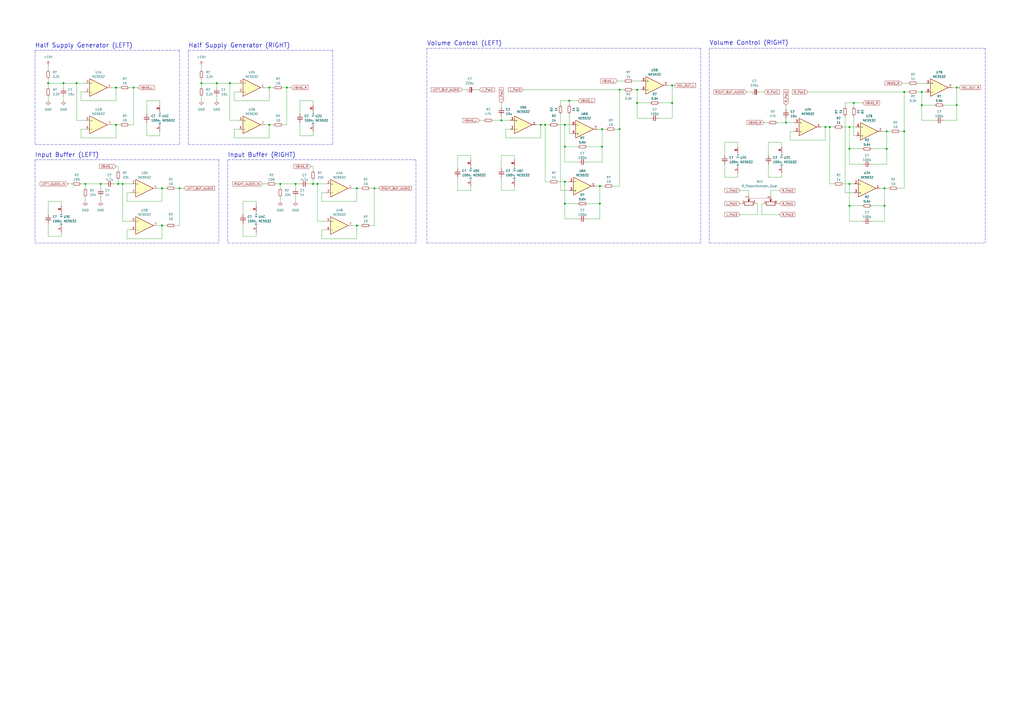
<source format=kicad_sch>
(kicad_sch (version 20211123) (generator eeschema)
  (paper "A2")
  (title_block (title "Audio Amplifier") (date "2023-07-30") (rev "1") (company "banana for scale") (comment 1 "Designed by Daniel Dinh"))
  (lib_symbols
    (symbol "Amplifier_Operational:NE5532" (pin_names (offset 0.127))
      (property "Reference" "U" (at 0 5.08 0))
      (property "Value" "NE5532" (at 0 -5.08 0))
      (symbol "NE5532_1_1"
        (polyline (pts (xy -5.08 5.08) (xy 5.08 0) (xy -5.08 -5.08) (xy -5.08 5.08)) (stroke (width 0.254)) (fill (type background)))
        (pin output line (at 7.62 0 180) (length 2.54) (name "~") (number "1"))
        (pin input line (at -7.62 -2.54 0) (length 2.54) (name "-") (number "2"))
        (pin input line (at -7.62 2.54 0) (length 2.54) (name "+") (number "3"))
      )
      (symbol "NE5532_2_1"
        (polyline (pts (xy -5.08 5.08) (xy 5.08 0) (xy -5.08 -5.08) (xy -5.08 5.08)) (stroke (width 0.254)) (fill (type background)))
        (pin input line (at -7.62 2.54 0) (length 2.54) (name "+") (number "5"))
        (pin input line (at -7.62 -2.54 0) (length 2.54) (name "-") (number "6"))
        (pin output line (at 7.62 0 180) (length 2.54) (name "~") (number "7"))
      )
      (symbol "NE5532_3_1"
        (pin power_in line (at -2.54 -7.62 90) (length 3.81) (name "V-") (number "4"))
        (pin power_in line (at -2.54 7.62 270) (length 3.81) (name "V+") (number "8"))
      )
    )
    (symbol "Device:C_Polarized_Small" (pin_numbers hide) (pin_names (offset 0.254) hide)
      (property "Reference" "C" (at 0.254 1.778 0))
      (property "Value" "C_Polarized_Small" (at 0.254 -2.032 0))
      (symbol "C_Polarized_Small_0_1"
        (rectangle (start -1.524 -0.3048) (end 1.524 -0.6858) (fill (type outline)))
        (rectangle (start -1.524 0.6858) (end 1.524 0.3048))
        (polyline (pts (xy -1.27 1.524) (xy -0.762 1.524)))
        (polyline (pts (xy -1.016 1.27) (xy -1.016 1.778)))
      )
      (symbol "C_Polarized_Small_1_1"
        (pin passive line (at 0 2.54 270) (length 1.8542) (name "~") (number "1"))
        (pin passive line (at 0 -2.54 90) (length 1.8542) (name "~") (number "2"))
      )
    )
    (symbol "Device:C_Small" (pin_numbers hide) (pin_names (offset 0.254) hide)
      (property "Reference" "C" (at 0.254 1.778 0))
      (property "Value" "C_Small" (at 0.254 -2.032 0))
      (symbol "C_Small_0_1"
        (polyline (pts (xy -1.524 -0.508) (xy 1.524 -0.508)) (stroke (width 0.3302)))
        (polyline (pts (xy -1.524 0.508) (xy 1.524 0.508)) (stroke (width 0.3048)))
      )
      (symbol "C_Small_1_1"
        (pin passive line (at 0 2.54 270) (length 2.032) (name "~") (number "1"))
        (pin passive line (at 0 -2.54 90) (length 2.032) (name "~") (number "2"))
      )
    )
    (symbol "Device:R_Potentiometer_Dual" (pin_names (offset 1.016) hide)
      (property "Reference" "RV" (at 0 3.81 0))
      (property "Value" "R_Potentiometer_Dual" (at 0 1.905 0))
      (symbol "R_Potentiometer_Dual_0_1"
        (rectangle (start -8.89 -1.524) (end -3.81 -3.556) (stroke (width 0.254)))
        (polyline (pts (xy -6.35 0) (xy -6.35 -1.016)))
        (polyline (pts (xy -6.35 0) (xy -6.35 -1.016)))
        (polyline (pts (xy -6.35 0) (xy -5.842 0.508)))
        (polyline (pts (xy -5.588 0.508) (xy -5.08 0.508)))
        (polyline (pts (xy -4.572 0.508) (xy -4.064 0.508)))
        (polyline (pts (xy -3.556 0.508) (xy -3.048 0.508)))
        (polyline (pts (xy -2.54 0.508) (xy -2.032 0.508)))
        (polyline (pts (xy -1.524 0.508) (xy -1.016 0.508)))
        (polyline (pts (xy -0.508 0.508) (xy 0 0.508)))
        (polyline (pts (xy 0.508 0.508) (xy 1.016 0.508)))
        (polyline (pts (xy 1.524 0.508) (xy 2.032 0.508)))
        (polyline (pts (xy 2.54 0.508) (xy 3.048 0.508)))
        (polyline (pts (xy 3.556 0.508) (xy 4.064 0.508)))
        (polyline (pts (xy 4.572 0.508) (xy 5.08 0.508)))
        (polyline (pts (xy 5.588 0.508) (xy 6.096 0.508)))
        (polyline (pts (xy 6.35 0) (xy 6.35 -1.016)))
        (polyline (pts (xy 6.35 0) (xy 6.35 -1.016)))
        (polyline (pts (xy 6.604 0.508) (xy 6.858 0.508) (xy 6.35 0)))
        (polyline (pts (xy -6.35 -1.397) (xy -6.858 -0.254) (xy -5.842 -0.254) (xy -6.35 -1.397)) (fill (type outline)))
        (polyline (pts (xy 6.35 -1.397) (xy 5.842 -0.254) (xy 6.858 -0.254) (xy 6.35 -1.397)) (fill (type outline)))
        (rectangle (start 3.81 -1.524) (end 8.89 -3.556) (stroke (width 0.254)))
      )
      (symbol "R_Potentiometer_Dual_1_1"
        (pin passive line (at -10.16 -2.54 0) (length 1.27) (name "1") (number "1"))
        (pin passive line (at -6.35 2.54 270) (length 2.54) (name "2") (number "2"))
        (pin passive line (at -2.54 -2.54 180) (length 1.27) (name "3") (number "3"))
        (pin passive line (at 2.54 -2.54 0) (length 1.27) (name "4") (number "4"))
        (pin passive line (at 6.35 2.54 270) (length 2.54) (name "5") (number "5"))
        (pin passive line (at 10.16 -2.54 180) (length 1.27) (name "6") (number "6"))
      )
    )
    (symbol "Device:R_Small" (pin_numbers hide) (pin_names (offset 0.254) hide)
      (property "Reference" "R" (at 0.762 0.508 0))
      (property "Value" "R_Small" (at 0.762 -1.016 0))
      (symbol "R_Small_0_1"
        (rectangle (start -0.762 1.778) (end 0.762 -1.778) (stroke (width 0.2032)))
      )
      (symbol "R_Small_1_1"
        (pin passive line (at 0 2.54 270) (length 0.762) (name "~") (number "1"))
        (pin passive line (at 0 -2.54 90) (length 0.762) (name "~") (number "2"))
      )
    )
    (symbol "power:+15V" (power) (pin_names (offset 0))
      (property "Value" "+15V" (at 0 3.556 0))
      (symbol "+15V_0_1"
        (polyline (pts (xy -0.762 1.27) (xy 0 2.54)))
        (polyline (pts (xy 0 0) (xy 0 2.54)))
        (polyline (pts (xy 0 2.54) (xy 0.762 1.27)))
      )
      (symbol "+15V_1_1"
        (pin power_in line (at 0 0 90) (length 0) hide (name "+15V") (number "1"))
      )
    )
    (symbol "power:GND" (power) (pin_names (offset 0))
      (property "Value" "GND" (at 0 -3.81 0))
      (symbol "GND_0_1"
        (polyline (pts (xy 0 0) (xy 0 -1.27) (xy 1.27 -1.27) (xy 0 -2.54) (xy -1.27 -1.27) (xy 0 -1.27)))
      )
      (symbol "GND_1_1"
        (pin power_in line (at 0 0 270) (length 0) hide (name "GND") (number "1"))
      )
    )
  )
  (junction (at 389.89 59.69))
  (junction (at 49.53 106.68))
  (junction (at 93.98 130.81))
  (junction (at 71.12 106.68))
  (junction (at 313.69 72.39))
  (junction (at 327.66 72.39))
  (junction (at 359.41 52.07))
  (junction (at 369.57 59.69))
  (junction (at 327.66 105.41))
  (junction (at 495.3 59.69))
  (junction (at 554.99 60.96))
  (junction (at 349.25 74.93))
  (junction (at 330.2 58.42))
  (junction (at 524.51 53.34))
  (junction (at 492.76 86.36))
  (junction (at 514.35 86.36))
  (junction (at 125.73 48.26))
  (junction (at 116.84 48.26))
  (junction (at 478.79 73.66))
  (junction (at 217.17 109.22))
  (junction (at 492.76 73.66))
  (junction (at 513.08 109.22))
  (junction (at 156.21 50.8))
  (junction (at 492.76 119.38))
  (junction (at 67.31 50.8))
  (junction (at 207.01 109.22))
  (junction (at 207.01 130.81))
  (junction (at 481.33 73.66))
  (junction (at 347.98 107.95))
  (junction (at 162.56 106.68))
  (junction (at 327.66 118.11))
  (junction (at 166.37 50.8))
  (junction (at 27.94 48.26))
  (junction (at 44.45 48.26))
  (junction (at 181.61 106.68))
  (junction (at 184.15 106.68))
  (junction (at 93.98 109.22))
  (junction (at 68.58 106.68))
  (junction (at 67.31 72.39))
  (junction (at 513.08 119.38))
  (junction (at 77.47 50.8))
  (junction (at 349.25 85.09))
  (junction (at 104.14 109.22))
  (junction (at 133.35 48.26))
  (junction (at 492.76 106.68))
  (junction (at 455.93 71.12))
  (junction (at 369.57 52.07))
  (junction (at 156.21 72.39))
  (junction (at 347.98 118.11))
  (junction (at 524.51 76.2))
  (junction (at 534.67 53.34))
  (junction (at 554.99 50.8))
  (junction (at 359.41 74.93))
  (junction (at 290.83 69.85))
  (junction (at 327.66 85.09))
  (junction (at 534.67 60.96))
  (junction (at 58.42 106.68))
  (junction (at 171.45 106.68))
  (junction (at 36.83 48.26))
  (junction (at 389.89 49.53))
  (junction (at 514.35 76.2))
  (junction (at 316.23 72.39))
  (wire (pts (xy 173.99 66.04) (xy 173.99 58.42)))
  (wire (pts (xy 505.46 119.38) (xy 513.08 119.38)))
  (wire (pts (xy 27.94 45.72) (xy 27.94 48.26)))
  (wire (pts (xy 138.43 53.34) (xy 135.89 53.34)))
  (wire (pts (xy 181.61 96.52) (xy 181.61 99.06)))
  (wire (pts (xy 455.93 68.58) (xy 455.93 71.12)))
  (wire (pts (xy 265.43 90.17) (xy 273.05 90.17)))
  (wire (pts (xy 46.99 106.68) (xy 49.53 106.68)))
  (wire (pts (xy 125.73 48.26) (xy 133.35 48.26)))
  (wire (pts (xy 369.57 52.07) (xy 369.57 59.69)))
  (wire (pts (xy 495.3 78.74) (xy 496.57 78.74)))
  (wire (pts (xy 273.05 92.71) (xy 273.05 90.17)))
  (wire (pts (xy 44.45 69.85) (xy 49.53 69.85)))
  (wire (pts (xy 186.69 138.43) (xy 207.01 138.43)))
  (wire (pts (xy 171.45 114.3) (xy 171.45 116.84)))
  (wire (pts (xy 171.45 106.68) (xy 171.45 109.22)))
  (wire (pts (xy 298.45 92.71) (xy 298.45 90.17)))
  (wire (pts (xy 27.94 116.84) (xy 35.56 116.84)))
  (wire (pts (xy 173.99 58.42) (xy 181.61 58.42)))
  (wire (pts (xy 163.83 72.39) (xy 166.37 72.39)))
  (wire (pts (xy 534.67 53.34) (xy 537.21 53.34)))
  (wire (pts (xy 443.23 71.12) (xy 445.77 71.12)))
  (wire (pts (xy 481.33 73.66) (xy 481.33 106.68)))
  (wire (pts (xy 166.37 50.8) (xy 168.91 50.8)))
  (wire (pts (xy 173.99 78.74) (xy 181.61 78.74)))
  (wire (pts (xy 369.57 68.58) (xy 377.19 68.58)))
  (wire (pts (xy 330.2 77.47) (xy 331.47 77.47)))
  (wire (pts (xy 184.15 106.68) (xy 184.15 128.27)))
  (wire (pts (xy 327.66 72.39) (xy 327.66 85.09)))
  (wire (pts (xy 311.15 72.39) (xy 313.69 72.39)))
  (wire (pts (xy 181.61 106.68) (xy 184.15 106.68)))
  (wire (pts (xy 447.04 113.03) (xy 447.04 110.49)))
  (wire (pts (xy 340.36 118.11) (xy 347.98 118.11)))
  (wire (pts (xy 116.84 45.72) (xy 116.84 48.26)))
  (wire (pts (xy 181.61 104.14) (xy 181.61 106.68)))
  (wire (pts (xy 420.37 82.55) (xy 427.99 82.55)))
  (wire (pts (xy 184.15 106.68) (xy 189.23 106.68)))
  (wire (pts (xy 427.99 85.09) (xy 427.99 82.55)))
  (wire (pts (xy 77.47 50.8) (xy 80.01 50.8)))
  (wire (pts (xy 73.66 111.76) (xy 76.2 111.76)))
  (wire (pts (xy 478.79 73.66) (xy 478.79 81.28)))
  (wire (pts (xy 367.03 52.07) (xy 369.57 52.07)))
  (wire (pts (xy 490.22 67.31) (xy 490.22 111.76)))
  (wire (pts (xy 453.39 100.33) (xy 453.39 102.87)))
  (wire (pts (xy 214.63 130.81) (xy 217.17 130.81)))
  (wire (pts (xy 420.37 95.25) (xy 420.37 102.87)))
  (wire (pts (xy 369.57 59.69) (xy 377.19 59.69)))
  (polyline (pts (xy 571.5 27.94) (xy 571.5 140.97)))
  (wire (pts (xy 217.17 130.81) (xy 217.17 109.22)))
  (wire (pts (xy 369.57 52.07) (xy 372.11 52.07)))
  (wire (pts (xy 369.57 59.69) (xy 369.57 68.58)))
  (wire (pts (xy 330.2 66.04) (xy 330.2 77.47)))
  (wire (pts (xy 140.97 124.46) (xy 140.97 116.84)))
  (wire (pts (xy 521.97 76.2) (xy 524.51 76.2)))
  (wire (pts (xy 156.21 72.39) (xy 153.67 72.39)))
  (wire (pts (xy 278.13 69.85) (xy 280.67 69.85)))
  (wire (pts (xy 285.75 69.85) (xy 290.83 69.85)))
  (wire (pts (xy 420.37 102.87) (xy 427.99 102.87)))
  (wire (pts (xy 92.71 76.2) (xy 92.71 78.74)))
  (wire (pts (xy 359.41 107.95) (xy 359.41 74.93)))
  (wire (pts (xy 116.84 38.1) (xy 116.84 40.64)))
  (wire (pts (xy 492.76 119.38) (xy 500.38 119.38)))
  (wire (pts (xy 156.21 50.8) (xy 153.67 50.8)))
  (wire (pts (xy 389.89 49.53) (xy 391.16 49.53)))
  (wire (pts (xy 495.3 59.69) (xy 490.22 59.69)))
  (wire (pts (xy 73.66 116.84) (xy 93.98 116.84)))
  (wire (pts (xy 74.93 72.39) (xy 77.47 72.39)))
  (wire (pts (xy 186.69 133.35) (xy 186.69 138.43)))
  (wire (pts (xy 359.41 52.07) (xy 361.95 52.07)))
  (wire (pts (xy 445.77 90.17) (xy 445.77 82.55)))
  (wire (pts (xy 513.08 109.22) (xy 515.62 109.22)))
  (wire (pts (xy 490.22 59.69) (xy 490.22 62.23)))
  (wire (pts (xy 265.43 97.79) (xy 265.43 90.17)))
  (polyline (pts (xy 406.4 27.94) (xy 406.4 140.97)))
  (wire (pts (xy 492.76 73.66) (xy 496.57 73.66)))
  (wire (pts (xy 85.09 66.04) (xy 85.09 58.42)))
  (wire (pts (xy 382.27 68.58) (xy 389.89 68.58)))
  (wire (pts (xy 207.01 109.22) (xy 207.01 116.84)))
  (wire (pts (xy 293.37 74.93) (xy 293.37 80.01)))
  (wire (pts (xy 511.81 76.2) (xy 514.35 76.2)))
  (wire (pts (xy 27.94 55.88) (xy 27.94 58.42)))
  (wire (pts (xy 323.85 105.41) (xy 327.66 105.41)))
  (wire (pts (xy 488.95 73.66) (xy 492.76 73.66)))
  (wire (pts (xy 358.14 46.99) (xy 361.95 46.99)))
  (wire (pts (xy 523.24 48.26) (xy 527.05 48.26)))
  (wire (pts (xy 77.47 50.8) (xy 74.93 50.8)))
  (wire (pts (xy 166.37 50.8) (xy 163.83 50.8)))
  (wire (pts (xy 323.85 72.39) (xy 327.66 72.39)))
  (polyline (pts (xy 247.65 140.97) (xy 406.4 140.97)))
  (wire (pts (xy 447.04 110.49) (xy 452.12 110.49)))
  (wire (pts (xy 303.53 52.07) (xy 359.41 52.07)))
  (wire (pts (xy 217.17 109.22) (xy 219.71 109.22)))
  (wire (pts (xy 85.09 78.74) (xy 92.71 78.74)))
  (wire (pts (xy 44.45 48.26) (xy 44.45 69.85)))
  (wire (pts (xy 290.83 67.31) (xy 290.83 69.85)))
  (wire (pts (xy 488.95 106.68) (xy 492.76 106.68)))
  (wire (pts (xy 58.42 114.3) (xy 58.42 116.84)))
  (wire (pts (xy 505.46 95.25) (xy 514.35 95.25)))
  (wire (pts (xy 73.66 138.43) (xy 93.98 138.43)))
  (polyline (pts (xy 127 92.71) (xy 127 140.97)))
  (wire (pts (xy 290.83 97.79) (xy 290.83 90.17)))
  (wire (pts (xy 93.98 109.22) (xy 93.98 116.84)))
  (wire (pts (xy 166.37 72.39) (xy 166.37 50.8)))
  (wire (pts (xy 359.41 74.93) (xy 359.41 52.07)))
  (wire (pts (xy 265.43 110.49) (xy 273.05 110.49)))
  (wire (pts (xy 349.25 85.09) (xy 349.25 93.98)))
  (wire (pts (xy 290.83 69.85) (xy 295.91 69.85)))
  (wire (pts (xy 495.3 59.69) (xy 495.3 62.23)))
  (polyline (pts (xy 127 140.97) (xy 20.32 140.97)))
  (wire (pts (xy 290.83 110.49) (xy 298.45 110.49)))
  (polyline (pts (xy 20.32 29.21) (xy 20.32 83.82)))
  (wire (pts (xy 349.25 85.09) (xy 349.25 74.93)))
  (wire (pts (xy 330.2 58.42) (xy 330.2 60.96)))
  (wire (pts (xy 58.42 106.68) (xy 58.42 109.22)))
  (polyline (pts (xy 20.32 83.82) (xy 20.32 83.82)))
  (wire (pts (xy 495.3 67.31) (xy 495.3 78.74)))
  (wire (pts (xy 71.12 106.68) (xy 71.12 128.27)))
  (wire (pts (xy 347.98 107.95) (xy 350.52 107.95)))
  (wire (pts (xy 148.59 119.38) (xy 148.59 116.84)))
  (wire (pts (xy 91.44 109.22) (xy 93.98 109.22)))
  (wire (pts (xy 313.69 72.39) (xy 316.23 72.39)))
  (wire (pts (xy 340.36 93.98) (xy 349.25 93.98)))
  (wire (pts (xy 36.83 55.88) (xy 36.83 58.42)))
  (wire (pts (xy 162.56 114.3) (xy 162.56 116.84)))
  (wire (pts (xy 92.71 60.96) (xy 92.71 58.42)))
  (wire (pts (xy 335.28 58.42) (xy 330.2 58.42)))
  (polyline (pts (xy 104.14 83.82) (xy 20.32 83.82)))
  (polyline (pts (xy 241.3 92.71) (xy 241.3 140.97)))
  (wire (pts (xy 554.99 50.8) (xy 554.99 60.96)))
  (wire (pts (xy 73.66 111.76) (xy 73.66 116.84)))
  (wire (pts (xy 524.51 76.2) (xy 524.51 53.34)))
  (wire (pts (xy 505.46 128.27) (xy 513.08 128.27)))
  (wire (pts (xy 514.35 76.2) (xy 516.89 76.2)))
  (wire (pts (xy 327.66 105.41) (xy 330.2 105.41)))
  (polyline (pts (xy 109.22 29.21) (xy 193.04 29.21)))
  (wire (pts (xy 345.44 107.95) (xy 347.98 107.95)))
  (wire (pts (xy 534.67 60.96) (xy 534.67 69.85)))
  (wire (pts (xy 440.69 53.34) (xy 443.23 53.34)))
  (wire (pts (xy 156.21 50.8) (xy 158.75 50.8)))
  (wire (pts (xy 273.05 107.95) (xy 273.05 110.49)))
  (wire (pts (xy 492.76 86.36) (xy 500.38 86.36)))
  (wire (pts (xy 327.66 118.11) (xy 327.66 127)))
  (wire (pts (xy 66.04 106.68) (xy 68.58 106.68)))
  (wire (pts (xy 135.89 53.34) (xy 135.89 58.42)))
  (wire (pts (xy 68.58 106.68) (xy 71.12 106.68)))
  (wire (pts (xy 184.15 128.27) (xy 189.23 128.27)))
  (wire (pts (xy 73.66 133.35) (xy 73.66 138.43)))
  (wire (pts (xy 46.99 53.34) (xy 46.99 58.42)))
  (wire (pts (xy 217.17 109.22) (xy 214.63 109.22)))
  (wire (pts (xy 135.89 58.42) (xy 156.21 58.42)))
  (wire (pts (xy 36.83 48.26) (xy 36.83 50.8)))
  (wire (pts (xy 356.87 74.93) (xy 359.41 74.93)))
  (wire (pts (xy 513.08 119.38) (xy 513.08 109.22)))
  (wire (pts (xy 186.69 133.35) (xy 189.23 133.35)))
  (wire (pts (xy 162.56 106.68) (xy 162.56 109.22)))
  (wire (pts (xy 204.47 109.22) (xy 207.01 109.22)))
  (polyline (pts (xy 104.14 29.21) (xy 104.14 83.82)))
  (wire (pts (xy 204.47 130.81) (xy 207.01 130.81)))
  (wire (pts (xy 492.76 73.66) (xy 492.76 86.36)))
  (wire (pts (xy 267.97 52.07) (xy 270.51 52.07)))
  (polyline (pts (xy 132.08 92.71) (xy 132.08 140.97)))
  (wire (pts (xy 327.66 93.98) (xy 335.28 93.98)))
  (wire (pts (xy 148.59 134.62) (xy 148.59 137.16)))
  (wire (pts (xy 140.97 116.84) (xy 148.59 116.84)))
  (wire (pts (xy 173.99 71.12) (xy 173.99 78.74)))
  (wire (pts (xy 101.6 130.81) (xy 104.14 130.81)))
  (wire (pts (xy 325.12 110.49) (xy 330.2 110.49)))
  (polyline (pts (xy 411.48 27.94) (xy 411.48 140.97)))
  (polyline (pts (xy 411.48 140.97) (xy 571.5 140.97)))
  (wire (pts (xy 116.84 48.26) (xy 116.84 50.8)))
  (wire (pts (xy 93.98 130.81) (xy 93.98 138.43)))
  (wire (pts (xy 104.14 130.81) (xy 104.14 109.22)))
  (wire (pts (xy 554.99 50.8) (xy 556.26 50.8)))
  (wire (pts (xy 44.45 48.26) (xy 49.53 48.26)))
  (wire (pts (xy 133.35 48.26) (xy 133.35 69.85)))
  (polyline (pts (xy 406.4 27.94) (xy 247.65 27.94)))
  (wire (pts (xy 104.14 109.22) (xy 101.6 109.22)))
  (wire (pts (xy 389.89 59.69) (xy 389.89 68.58)))
  (wire (pts (xy 186.69 111.76) (xy 186.69 116.84)))
  (wire (pts (xy 67.31 50.8) (xy 69.85 50.8)))
  (wire (pts (xy 547.37 60.96) (xy 554.99 60.96)))
  (polyline (pts (xy 20.32 92.71) (xy 20.32 140.97)))
  (wire (pts (xy 186.69 116.84) (xy 207.01 116.84)))
  (wire (pts (xy 450.85 71.12) (xy 455.93 71.12)))
  (wire (pts (xy 275.59 52.07) (xy 278.13 52.07)))
  (wire (pts (xy 327.66 85.09) (xy 327.66 93.98)))
  (wire (pts (xy 461.01 76.2) (xy 458.47 76.2)))
  (wire (pts (xy 116.84 48.26) (xy 125.73 48.26)))
  (wire (pts (xy 73.66 133.35) (xy 76.2 133.35)))
  (wire (pts (xy 427.99 100.33) (xy 427.99 102.87)))
  (wire (pts (xy 186.69 111.76) (xy 189.23 111.76)))
  (wire (pts (xy 443.23 118.11) (xy 441.96 118.11)))
  (wire (pts (xy 91.44 130.81) (xy 93.98 130.81)))
  (wire (pts (xy 510.54 109.22) (xy 513.08 109.22)))
  (wire (pts (xy 492.76 128.27) (xy 500.38 128.27)))
  (wire (pts (xy 67.31 58.42) (xy 67.31 50.8)))
  (wire (pts (xy 445.77 82.55) (xy 453.39 82.55)))
  (wire (pts (xy 46.99 58.42) (xy 67.31 58.42)))
  (wire (pts (xy 327.66 72.39) (xy 331.47 72.39)))
  (polyline (pts (xy 109.22 29.21) (xy 109.22 83.82)))
  (wire (pts (xy 140.97 129.54) (xy 140.97 137.16)))
  (wire (pts (xy 156.21 58.42) (xy 156.21 50.8)))
  (wire (pts (xy 429.26 118.11) (xy 430.53 118.11)))
  (wire (pts (xy 481.33 73.66) (xy 483.87 73.66)))
  (wire (pts (xy 455.93 71.12) (xy 461.01 71.12)))
  (polyline (pts (xy 241.3 140.97) (xy 132.08 140.97)))
  (wire (pts (xy 347.98 118.11) (xy 347.98 107.95)))
  (wire (pts (xy 505.46 86.36) (xy 514.35 86.36)))
  (wire (pts (xy 327.66 118.11) (xy 335.28 118.11)))
  (wire (pts (xy 514.35 86.36) (xy 514.35 76.2)))
  (wire (pts (xy 27.94 38.1) (xy 27.94 40.64)))
  (wire (pts (xy 340.36 127) (xy 347.98 127)))
  (wire (pts (xy 35.56 134.62) (xy 35.56 137.16)))
  (wire (pts (xy 67.31 50.8) (xy 64.77 50.8)))
  (wire (pts (xy 349.25 74.93) (xy 351.79 74.93)))
  (polyline (pts (xy 571.5 27.94) (xy 411.48 27.94)))
  (wire (pts (xy 27.94 48.26) (xy 27.94 50.8)))
  (wire (pts (xy 179.07 106.68) (xy 181.61 106.68)))
  (wire (pts (xy 478.79 73.66) (xy 481.33 73.66)))
  (wire (pts (xy 140.97 137.16) (xy 148.59 137.16)))
  (wire (pts (xy 313.69 80.01) (xy 293.37 80.01)))
  (polyline (pts (xy 109.22 83.82) (xy 109.22 83.82)))
  (wire (pts (xy 298.45 107.95) (xy 298.45 110.49)))
  (wire (pts (xy 327.66 85.09) (xy 335.28 85.09)))
  (wire (pts (xy 290.83 59.69) (xy 290.83 62.23)))
  (wire (pts (xy 290.83 90.17) (xy 298.45 90.17)))
  (wire (pts (xy 346.71 74.93) (xy 349.25 74.93)))
  (wire (pts (xy 524.51 109.22) (xy 524.51 76.2)))
  (wire (pts (xy 367.03 46.99) (xy 372.11 46.99)))
  (wire (pts (xy 500.38 59.69) (xy 495.3 59.69)))
  (wire (pts (xy 441.96 124.46) (xy 452.12 124.46)))
  (wire (pts (xy 125.73 48.26) (xy 125.73 50.8)))
  (wire (pts (xy 520.7 109.22) (xy 524.51 109.22)))
  (wire (pts (xy 46.99 74.93) (xy 46.99 80.01)))
  (wire (pts (xy 181.61 76.2) (xy 181.61 78.74)))
  (wire (pts (xy 325.12 58.42) (xy 325.12 60.96)))
  (wire (pts (xy 93.98 109.22) (xy 96.52 109.22)))
  (wire (pts (xy 133.35 48.26) (xy 138.43 48.26)))
  (wire (pts (xy 156.21 72.39) (xy 158.75 72.39)))
  (wire (pts (xy 85.09 58.42) (xy 92.71 58.42)))
  (wire (pts (xy 46.99 80.01) (xy 67.31 80.01)))
  (wire (pts (xy 325.12 66.04) (xy 325.12 110.49)))
  (wire (pts (xy 85.09 71.12) (xy 85.09 78.74)))
  (wire (pts (xy 67.31 96.52) (xy 68.58 96.52)))
  (wire (pts (xy 534.67 69.85) (xy 542.29 69.85)))
  (wire (pts (xy 552.45 50.8) (xy 554.99 50.8)))
  (wire (pts (xy 39.37 106.68) (xy 41.91 106.68)))
  (wire (pts (xy 71.12 106.68) (xy 76.2 106.68)))
  (wire (pts (xy 327.66 127) (xy 335.28 127)))
  (wire (pts (xy 313.69 72.39) (xy 313.69 80.01)))
  (wire (pts (xy 387.35 49.53) (xy 389.89 49.53)))
  (wire (pts (xy 330.2 58.42) (xy 325.12 58.42)))
  (wire (pts (xy 532.13 48.26) (xy 537.21 48.26)))
  (wire (pts (xy 135.89 80.01) (xy 156.21 80.01)))
  (wire (pts (xy 439.42 124.46) (xy 439.42 118.11)))
  (polyline (pts (xy 193.04 29.21) (xy 193.04 83.82)))
  (wire (pts (xy 389.89 49.53) (xy 389.89 59.69)))
  (polyline (pts (xy 20.32 29.21) (xy 104.14 29.21)))
  (wire (pts (xy 67.31 72.39) (xy 69.85 72.39)))
  (wire (pts (xy 68.58 104.14) (xy 68.58 106.68)))
  (polyline (pts (xy 247.65 27.94) (xy 247.65 140.97)))
  (wire (pts (xy 138.43 74.93) (xy 135.89 74.93)))
  (wire (pts (xy 207.01 109.22) (xy 209.55 109.22)))
  (wire (pts (xy 49.53 53.34) (xy 46.99 53.34)))
  (polyline (pts (xy 193.04 83.82) (xy 109.22 83.82)))
  (wire (pts (xy 429.26 110.49) (xy 434.34 110.49)))
  (wire (pts (xy 347.98 127) (xy 347.98 118.11)))
  (wire (pts (xy 450.85 118.11) (xy 452.12 118.11)))
  (wire (pts (xy 67.31 72.39) (xy 64.77 72.39)))
  (wire (pts (xy 316.23 105.41) (xy 318.77 105.41)))
  (wire (pts (xy 481.33 106.68) (xy 483.87 106.68)))
  (wire (pts (xy 35.56 119.38) (xy 35.56 116.84)))
  (wire (pts (xy 534.67 53.34) (xy 534.67 60.96)))
  (wire (pts (xy 316.23 72.39) (xy 316.23 105.41)))
  (wire (pts (xy 458.47 76.2) (xy 458.47 81.28)))
  (wire (pts (xy 382.27 59.69) (xy 389.89 59.69)))
  (wire (pts (xy 160.02 106.68) (xy 162.56 106.68)))
  (wire (pts (xy 58.42 106.68) (xy 60.96 106.68)))
  (wire (pts (xy 27.94 137.16) (xy 35.56 137.16)))
  (wire (pts (xy 67.31 80.01) (xy 67.31 72.39)))
  (wire (pts (xy 547.37 69.85) (xy 554.99 69.85)))
  (wire (pts (xy 478.79 81.28) (xy 458.47 81.28)))
  (wire (pts (xy 445.77 102.87) (xy 453.39 102.87)))
  (wire (pts (xy 162.56 106.68) (xy 171.45 106.68)))
  (wire (pts (xy 468.63 53.34) (xy 524.51 53.34)))
  (wire (pts (xy 135.89 74.93) (xy 135.89 80.01)))
  (wire (pts (xy 492.76 106.68) (xy 492.76 119.38)))
  (polyline (pts (xy 132.08 92.71) (xy 241.3 92.71)))
  (wire (pts (xy 327.66 105.41) (xy 327.66 118.11)))
  (wire (pts (xy 433.07 53.34) (xy 435.61 53.34)))
  (wire (pts (xy 492.76 119.38) (xy 492.76 128.27)))
  (wire (pts (xy 49.53 114.3) (xy 49.53 116.84)))
  (wire (pts (xy 36.83 48.26) (xy 44.45 48.26)))
  (wire (pts (xy 156.21 80.01) (xy 156.21 72.39)))
  (wire (pts (xy 133.35 69.85) (xy 138.43 69.85)))
  (wire (pts (xy 27.94 129.54) (xy 27.94 137.16)))
  (wire (pts (xy 152.4 106.68) (xy 154.94 106.68)))
  (wire (pts (xy 295.91 74.93) (xy 293.37 74.93)))
  (wire (pts (xy 439.42 118.11) (xy 438.15 118.11)))
  (wire (pts (xy 49.53 106.68) (xy 58.42 106.68)))
  (wire (pts (xy 125.73 55.88) (xy 125.73 58.42)))
  (wire (pts (xy 340.36 85.09) (xy 349.25 85.09)))
  (wire (pts (xy 492.76 95.25) (xy 500.38 95.25)))
  (wire (pts (xy 207.01 130.81) (xy 207.01 138.43)))
  (wire (pts (xy 265.43 102.87) (xy 265.43 110.49)))
  (wire (pts (xy 316.23 72.39) (xy 318.77 72.39)))
  (wire (pts (xy 27.94 48.26) (xy 36.83 48.26)))
  (wire (pts (xy 453.39 85.09) (xy 453.39 82.55)))
  (wire (pts (xy 513.08 128.27) (xy 513.08 119.38)))
  (wire (pts (xy 71.12 128.27) (xy 76.2 128.27)))
  (wire (pts (xy 207.01 130.81) (xy 209.55 130.81)))
  (wire (pts (xy 490.22 111.76) (xy 495.3 111.76)))
  (wire (pts (xy 554.99 60.96) (xy 554.99 69.85)))
  (wire (pts (xy 514.35 86.36) (xy 514.35 95.25)))
  (wire (pts (xy 104.14 109.22) (xy 106.68 109.22)))
  (wire (pts (xy 171.45 106.68) (xy 173.99 106.68)))
  (wire (pts (xy 492.76 86.36) (xy 492.76 95.25)))
  (wire (pts (xy 180.34 96.52) (xy 181.61 96.52)))
  (wire (pts (xy 77.47 72.39) (xy 77.47 50.8)))
  (wire (pts (xy 455.93 60.96) (xy 455.93 63.5)))
  (wire (pts (xy 492.76 106.68) (xy 495.3 106.68)))
  (wire (pts (xy 429.26 124.46) (xy 439.42 124.46)))
  (wire (pts (xy 441.96 118.11) (xy 441.96 124.46)))
  (wire (pts (xy 49.53 74.93) (xy 46.99 74.93)))
  (wire (pts (xy 524.51 53.34) (xy 527.05 53.34)))
  (polyline (pts (xy 20.32 92.71) (xy 127 92.71)))
  (wire (pts (xy 445.77 95.25) (xy 445.77 102.87)))
  (wire (pts (xy 290.83 102.87) (xy 290.83 110.49)))
  (wire (pts (xy 116.84 55.88) (xy 116.84 58.42)))
  (wire (pts (xy 93.98 130.81) (xy 96.52 130.81)))
  (wire (pts (xy 68.58 96.52) (xy 68.58 99.06)))
  (wire (pts (xy 420.37 90.17) (xy 420.37 82.55)))
  (wire (pts (xy 534.67 60.96) (xy 542.29 60.96)))
  (wire (pts (xy 49.53 106.68) (xy 49.53 109.22)))
  (wire (pts (xy 434.34 110.49) (xy 434.34 113.03)))
  (wire (pts (xy 355.6 107.95) (xy 359.41 107.95)))
  (wire (pts (xy 532.13 53.34) (xy 534.67 53.34)))
  (wire (pts (xy 181.61 60.96) (xy 181.61 58.42)))
  (wire (pts (xy 476.25 73.66) (xy 478.79 73.66)))
  (wire (pts (xy 27.94 124.46) (xy 27.94 116.84)))
  (text "Input Buffer (RIGHT)\n" (at 132.08 91.44 0) (effects (font (size 2.54 2.54) (thickness 0.254) bold) (justify left bottom)))
  (text "Volume Control (LEFT)\n" (at 247.65 26.67 0) (effects (font (size 2.54 2.54) (thickness 0.254) bold) (justify left bottom)))
  (text "Half Supply Generator (LEFT)\n" (at 20.32 27.94 0) (effects (font (size 2.54 2.54) (thickness 0.254) bold) (justify left bottom)))
  (text "Input Buffer (LEFT)\n" (at 20.32 91.44 0) (effects (font (size 2.54 2.54) (thickness 0.254) bold) (justify left bottom)))
  (text "Half Supply Generator (RIGHT)\n" (at 109.22 27.94 0) (effects (font (size 2.54 2.54) (thickness 0.254) bold) (justify left bottom)))
  (text "Volume Control (RIGHT)\n\n" (at 411.48 30.48 0) (effects (font (size 2.54 2.54) (thickness 0.254) bold) (justify left bottom)))
  (global_label "R_Pot2" (shape input) (at 455.93 60.96 90) (property "Intersheet References" "${INTERSHEET_REFS}" (effects hide)))
  (global_label "RIGHT_AUDIO_IN" (shape input) (at 152.4 106.68 180) (property "Intersheet References" "${INTERSHEET_REFS}" (effects hide)))
  (global_label "LEFT_BUF_AUDIO" (shape input) (at 106.68 109.22 0) (property "Intersheet References" "${INTERSHEET_REFS}" (effects hide)))
  (global_label "VBIAS_L" (shape input) (at 335.28 58.42 0) (property "Intersheet References" "${INTERSHEET_REFS}" (effects hide)))
  (global_label "L_Pot1" (shape input) (at 278.13 52.07 0) (property "Intersheet References" "${INTERSHEET_REFS}" (effects hide)))
  (global_label "RIGHT_BUF_AUDIO" (shape input) (at 219.71 109.22 0) (property "Intersheet References" "${INTERSHEET_REFS}" (effects hide)))
  (global_label "R_Pot1" (shape input) (at 452.12 118.11 0) (property "Intersheet References" "${INTERSHEET_REFS}" (effects hide)))
  (global_label "VBIAS_R" (shape input) (at 180.34 96.52 180) (property "Intersheet References" "${INTERSHEET_REFS}" (effects hide)))
  (global_label "VOL_OUT_R" (shape input) (at 556.26 50.8 0) (property "Intersheet References" "${INTERSHEET_REFS}" (effects hide)))
  (global_label "LEFT_AUDIO_IN" (shape input) (at 39.37 106.68 180) (property "Intersheet References" "${INTERSHEET_REFS}" (effects hide)))
  (global_label "L_Pot2" (shape input) (at 429.26 110.49 180) (property "Intersheet References" "${INTERSHEET_REFS}" (effects hide)))
  (global_label "VBIAS_L" (shape input) (at 67.31 96.52 180) (property "Intersheet References" "${INTERSHEET_REFS}" (effects hide)))
  (global_label "VBIAS_R" (shape input) (at 168.91 50.8 0) (property "Intersheet References" "${INTERSHEET_REFS}" (effects hide)))
  (global_label "R_Pot1" (shape input) (at 443.23 53.34 0) (property "Intersheet References" "${INTERSHEET_REFS}" (effects hide)))
  (global_label "VBIAS_L" (shape input) (at 80.01 50.8 0) (property "Intersheet References" "${INTERSHEET_REFS}" (effects hide)))
  (global_label "L_Pot3" (shape input) (at 429.26 124.46 180) (property "Intersheet References" "${INTERSHEET_REFS}" (effects hide)))
  (global_label "VBIAS_L" (shape input) (at 358.14 46.99 180) (property "Intersheet References" "${INTERSHEET_REFS}" (effects hide)))
  (global_label "LEFT_BUF_AUDIO" (shape input) (at 267.97 52.07 180) (property "Intersheet References" "${INTERSHEET_REFS}" (effects hide)))
  (global_label "R_Pot2" (shape input) (at 452.12 110.49 0) (property "Intersheet References" "${INTERSHEET_REFS}" (effects hide)))
  (global_label "VBIAS_R" (shape input) (at 500.38 59.69 0) (property "Intersheet References" "${INTERSHEET_REFS}" (effects hide)))
  (global_label "L_Pot2" (shape input) (at 290.83 59.69 90) (property "Intersheet References" "${INTERSHEET_REFS}" (effects hide)))
  (global_label "VOL_OUT_L" (shape input) (at 391.16 49.53 0) (property "Intersheet References" "${INTERSHEET_REFS}" (effects hide)))
  (global_label "L_Pot1" (shape input) (at 429.26 118.11 180) (property "Intersheet References" "${INTERSHEET_REFS}" (effects hide)))
  (global_label "VBIAS_L" (shape input) (at 278.13 69.85 180) (property "Intersheet References" "${INTERSHEET_REFS}" (effects hide)))
  (global_label "R_Pot3" (shape input) (at 468.63 53.34 180) (property "Intersheet References" "${INTERSHEET_REFS}" (effects hide)))
  (global_label "VBIAS_R" (shape input) (at 523.24 48.26 180) (property "Intersheet References" "${INTERSHEET_REFS}" (effects hide)))
  (global_label "L_Pot3" (shape input) (at 303.53 52.07 180) (property "Intersheet References" "${INTERSHEET_REFS}" (effects hide)))
  (global_label "R_Pot3" (shape input) (at 452.12 124.46 0) (property "Intersheet References" "${INTERSHEET_REFS}" (effects hide)))
  (global_label "VBIAS_R" (shape input) (at 443.23 71.12 180) (property "Intersheet References" "${INTERSHEET_REFS}" (effects hide)))
  (global_label "RIGHT_BUF_AUDIO" (shape input) (at 433.07 53.34 180) (property "Intersheet References" "${INTERSHEET_REFS}" (effects hide)))
  (symbol (lib_id "Device:R_Small") (at 502.92 119.38 90) (unit 1)
    (property "Reference" "R?" (at 502.92 114.3 90))
    (property "Value" "5.6k" (at 502.92 116.84 90))
  )
  (symbol (lib_id "power:+15V") (at 116.84 38.1 0) (unit 1)
    (property "Reference" "#PWR?" (effects hide))
    (property "Value" "+15V" (at 116.84 33.02 0))
  )
  (symbol (lib_id "Device:R_Small") (at 157.48 106.68 90) (unit 1)
    (property "Reference" "R?" (at 157.48 101.6 90))
    (property "Value" "100" (at 157.48 104.14 90))
  )
  (symbol (lib_id "Device:R_Small") (at 448.31 71.12 270) (unit 1)
    (property "Reference" "R?" (at 448.31 64.77 90))
    (property "Value" "47k" (at 448.31 67.31 90))
  )
  (symbol (lib_id "Device:R_Small") (at 364.49 46.99 90) (unit 1)
    (property "Reference" "R?" (at 364.49 41.91 90))
    (property "Value" "1k" (at 364.49 44.45 90))
  )
  (symbol (lib_id "Device:C_Small") (at 455.93 66.04 0) (unit 1)
    (property "Reference" "C?" (at 458.47 64.7762 0) (effects (justify left)))
    (property "Value" "10u" (at 458.47 67.3162 0) (effects (justify left)))
  )
  (symbol (lib_id "Device:R_Small") (at 502.92 86.36 90) (unit 1)
    (property "Reference" "R?" (at 502.92 81.28 90))
    (property "Value" "5.6k" (at 502.92 83.82 90))
  )
  (symbol (lib_id "power:GND") (at 125.73 58.42 0) (unit 1)
    (property "Reference" "#PWR?" (effects hide))
    (property "Value" "GND" (at 125.73 63.5 0))
  )
  (symbol (lib_id "Device:R_Small") (at 99.06 109.22 90) (unit 1)
    (property "Reference" "R?" (at 99.06 104.14 90))
    (property "Value" "10" (at 99.06 106.68 90))
  )
  (symbol (lib_id "Amplifier_Operational:NE5532") (at 504.19 76.2 0) (mirror x) (unit 2)
    (property "Reference" "U?" (at 504.19 67.31 0))
    (property "Value" "NE5532" (at 504.19 69.85 0))
    (property "Datasheet" "http://www.ti.com/lit/ds/symlink/ne5532.pdf" (effects hide))
  )
  (symbol (lib_id "Device:R_Small") (at 325.12 63.5 0) (unit 1)
    (property "Reference" "R?" (at 320.04 63.5 90))
    (property "Value" "1k" (at 322.58 63.5 90))
  )
  (symbol (lib_id "power:GND") (at 36.83 58.42 0) (unit 1)
    (property "Reference" "#PWR?" (effects hide))
    (property "Value" "GND" (at 36.83 63.5 0))
  )
  (symbol (lib_id "Device:R_Small") (at 27.94 43.18 0) (unit 1)
    (property "Reference" "R?" (at 30.48 41.9099 0) (effects (justify left)))
    (property "Value" "2.2k" (at 30.48 44.4499 0) (effects (justify left)))
  )
  (symbol (lib_id "Device:R_Small") (at 49.53 111.76 180) (unit 1)
    (property "Reference" "R?" (at 52.07 110.4899 0) (effects (justify right)))
    (property "Value" "22k" (at 52.07 113.0299 0) (effects (justify right)))
  )
  (symbol (lib_id "power:GND") (at 116.84 58.42 0) (unit 1)
    (property "Reference" "#PWR?" (effects hide))
    (property "Value" "GND" (at 116.84 63.5 0))
  )
  (symbol (lib_id "Device:R_Small") (at 321.31 72.39 270) (unit 1)
    (property "Reference" "R?" (at 321.31 67.31 90))
    (property "Value" "1k" (at 321.31 69.85 90))
  )
  (symbol (lib_id "Device:R_Small") (at 321.31 105.41 270) (unit 1)
    (property "Reference" "R?" (at 321.31 100.33 90))
    (property "Value" "1k" (at 321.31 102.87 90))
  )
  (symbol (lib_id "Device:R_Small") (at 490.22 64.77 0) (unit 1)
    (property "Reference" "R?" (at 485.14 64.77 90))
    (property "Value" "1k" (at 487.68 64.77 90))
  )
  (symbol (lib_id "Device:C_Small") (at 502.92 128.27 90) (unit 1)
    (property "Reference" "C?" (at 502.92 123.19 90))
    (property "Value" "100p" (at 502.92 125.73 90))
  )
  (symbol (lib_id "Device:R_Small") (at 529.59 53.34 90) (unit 1)
    (property "Reference" "R?" (at 529.59 55.88 90))
    (property "Value" "3.3k" (at 529.59 58.42 90))
  )
  (symbol (lib_id "power:GND") (at 58.42 116.84 0) (unit 1)
    (property "Reference" "#PWR?" (effects hide))
    (property "Value" "GND" (at 58.42 121.92 0))
  )
  (symbol (lib_id "Device:C_Small") (at 502.92 95.25 90) (unit 1)
    (property "Reference" "C?" (at 502.92 90.17 90))
    (property "Value" "100p" (at 502.92 92.71 90))
  )
  (symbol (lib_id "Device:C_Small") (at 63.5 106.68 90) (unit 1)
    (property "Reference" "C?" (at 63.5 101.6 90))
    (property "Value" "4.7u" (at 63.5 104.14 90))
  )
  (symbol (lib_id "Amplifier_Operational:NE5532") (at 196.85 109.22 0) (unit 1)
    (property "Reference" "U4" (at 196.85 100.33 0))
    (property "Value" "NE5532" (at 196.85 102.87 0))
    (property "Datasheet" "http://www.ti.com/lit/ds/symlink/ne5532.pdf" (effects hide))
  )
  (symbol (lib_id "Amplifier_Operational:NE5532") (at 468.63 73.66 0) (unit 1)
    (property "Reference" "U?" (at 468.63 63.5 0))
    (property "Value" "NE5532" (at 468.63 66.04 0))
    (property "Datasheet" "http://www.ti.com/lit/ds/symlink/ne5532.pdf" (effects hide))
  )
  (symbol (lib_id "Amplifier_Operational:NE5532") (at 339.09 74.93 0) (mirror x) (unit 2)
    (property "Reference" "U6" (at 339.09 66.04 0))
    (property "Value" "NE5532" (at 339.09 68.58 0))
    (property "Datasheet" "http://www.ti.com/lit/ds/symlink/ne5532.pdf" (effects hide))
  )
  (symbol (lib_id "Device:C_Small") (at 265.43 100.33 0) (unit 1)
    (property "Reference" "C?" (at 267.97 99.0662 0) (effects (justify left)))
    (property "Value" "100n" (at 267.97 101.6062 0) (effects (justify left)))
  )
  (symbol (lib_id "Device:R_Potentiometer_Dual") (at 440.69 115.57 0) (unit 1)
    (property "Reference" "RV?" (at 440.69 105.41 0))
    (property "Value" "R_Potentiometer_Dual" (at 440.69 107.95 0))
    (property "Footprint" "Potentiometer_THT:Potentiometer_Alpha_RD902F-40-00D_Dual_Vertical" (effects hide))
  )
  (symbol (lib_id "Amplifier_Operational:NE5532") (at 57.15 72.39 0) (unit 2)
    (property "Reference" "U1" (at 57.15 63.5 0))
    (property "Value" "NE5532" (at 57.15 66.04 0))
    (property "Datasheet" "http://www.ti.com/lit/ds/symlink/ne5532.pdf" (effects hide))
  )
  (symbol (lib_id "Amplifier_Operational:NE5532") (at 455.93 92.71 0) (unit 3)
    (property "Reference" "U?" (at 454.66 91.4399 0) (effects (justify left)))
    (property "Value" "NE5532" (at 454.66 93.9799 0) (effects (justify left)))
    (property "Datasheet" "http://www.ti.com/lit/ds/symlink/ne5532.pdf" (effects hide))
  )
  (symbol (lib_id "Device:C_Small") (at 140.97 127 0) (unit 1)
    (property "Reference" "C?" (at 143.51 125.7362 0) (effects (justify left)))
    (property "Value" "100n" (at 143.51 128.2762 0) (effects (justify left)))
  )
  (symbol (lib_id "Device:R_Small") (at 99.06 130.81 90) (unit 1)
    (property "Reference" "R?" (at 99.06 124.46 90))
    (property "Value" "10" (at 99.06 127 90))
  )
  (symbol (lib_id "power:GND") (at 162.56 116.84 0) (unit 1)
    (property "Reference" "#PWR?" (effects hide))
    (property "Value" "GND" (at 162.56 121.92 0))
  )
  (symbol (lib_id "Amplifier_Operational:NE5532") (at 303.53 72.39 0) (unit 1)
    (property "Reference" "U5" (at 303.53 62.23 0))
    (property "Value" "NE5532" (at 303.53 64.77 0))
    (property "Datasheet" "http://www.ti.com/lit/ds/symlink/ne5532.pdf" (effects hide))
  )
  (symbol (lib_id "Device:R_Small") (at 364.49 52.07 90) (unit 1)
    (property "Reference" "R?" (at 364.49 54.61 90))
    (property "Value" "3.3k" (at 364.49 57.15 90))
  )
  (symbol (lib_id "Device:C_Small") (at 173.99 68.58 0) (unit 1)
    (property "Reference" "C?" (at 176.53 67.3162 0) (effects (justify left)))
    (property "Value" "100n" (at 176.53 69.8562 0) (effects (justify left)))
  )
  (symbol (lib_id "Device:R_Small") (at 495.3 64.77 180) (unit 1)
    (property "Reference" "R?" (at 500.38 64.77 90))
    (property "Value" "1k" (at 497.84 64.77 90))
  )
  (symbol (lib_id "Device:R_Small") (at 353.06 107.95 90) (unit 1)
    (property "Reference" "R?" (at 353.06 102.87 90))
    (property "Value" "10" (at 353.06 105.41 90))
  )
  (symbol (lib_id "Device:C_Small") (at 337.82 127 90) (unit 1)
    (property "Reference" "C?" (at 337.82 121.92 90))
    (property "Value" "100p" (at 337.82 124.46 90))
  )
  (symbol (lib_id "Device:C_Small") (at 125.73 53.34 0) (unit 1)
    (property "Reference" "C?" (at 128.27 52.0762 0) (effects (justify left)))
    (property "Value" "10u" (at 128.27 54.6162 0) (effects (justify left)))
  )
  (symbol (lib_id "Device:C_Small") (at 171.45 111.76 0) (unit 1)
    (property "Reference" "C?" (at 173.99 110.4962 0) (effects (justify left)))
    (property "Value" "1n" (at 173.99 113.0362 0) (effects (justify left)))
  )
  (symbol (lib_id "power:GND") (at 27.94 58.42 0) (unit 1)
    (property "Reference" "#PWR?" (effects hide))
    (property "Value" "GND" (at 27.94 63.5 0))
  )
  (symbol (lib_id "Device:C_Polarized_Small") (at 438.15 53.34 90) (unit 1)
    (property "Reference" "C?" (at 437.6039 46.99 90))
    (property "Value" "220u" (at 437.6039 49.53 90))
  )
  (symbol (lib_id "Amplifier_Operational:NE5532") (at 275.59 100.33 0) (unit 3)
    (property "Reference" "U5" (at 274.32 99.0599 0) (effects (justify left)))
    (property "Value" "NE5532" (at 274.32 101.5999 0) (effects (justify left)))
    (property "Datasheet" "http://www.ti.com/lit/ds/symlink/ne5532.pdf" (effects hide))
  )
  (symbol (lib_id "Amplifier_Operational:NE5532") (at 544.83 50.8 0) (unit 2)
    (property "Reference" "U?" (at 544.83 41.91 0))
    (property "Value" "NE5532" (at 544.83 44.45 0))
    (property "Datasheet" "http://www.ti.com/lit/ds/symlink/ne5532.pdf" (effects hide))
  )
  (symbol (lib_id "Device:R_Small") (at 44.45 106.68 90) (unit 1)
    (property "Reference" "R?" (at 44.4437 101.6 90))
    (property "Value" "100" (at 44.4437 104.14 90))
  )
  (symbol (lib_id "Device:R_Small") (at 212.09 130.81 90) (unit 1)
    (property "Reference" "R?" (at 212.09 125.73 90))
    (property "Value" "10" (at 212.09 128.27 90))
  )
  (symbol (lib_id "Amplifier_Operational:NE5532") (at 83.82 130.81 0) (unit 2)
    (property "Reference" "U3" (at 83.82 121.92 0))
    (property "Value" "NE5532" (at 83.82 124.46 0))
    (property "Datasheet" "http://www.ti.com/lit/ds/symlink/ne5532.pdf" (effects hide))
  )
  (symbol (lib_id "Device:R_Small") (at 212.09 109.22 90) (unit 1)
    (property "Reference" "R?" (at 212.09 104.14 90))
    (property "Value" "10" (at 212.09 106.68 90))
  )
  (symbol (lib_id "Device:C_Small") (at 544.83 69.85 90) (unit 1)
    (property "Reference" "C?" (at 544.83 64.77 90))
    (property "Value" "100p" (at 544.83 67.31 90))
  )
  (symbol (lib_id "Device:C_Small") (at 445.77 92.71 0) (unit 1)
    (property "Reference" "C?" (at 448.31 91.4462 0) (effects (justify left)))
    (property "Value" "100n" (at 448.31 93.9862 0) (effects (justify left)))
  )
  (symbol (lib_id "Amplifier_Operational:NE5532") (at 300.99 100.33 0) (unit 3)
    (property "Reference" "U6" (at 299.72 99.0599 0) (effects (justify left)))
    (property "Value" "NE5532" (at 299.72 101.5999 0) (effects (justify left)))
    (property "Datasheet" "http://www.ti.com/lit/ds/symlink/ne5532.pdf" (effects hide))
  )
  (symbol (lib_id "Amplifier_Operational:NE5532") (at 95.25 68.58 0) (unit 3)
    (property "Reference" "U1" (at 93.98 67.3099 0) (effects (justify left)))
    (property "Value" "NE5532" (at 93.98 69.8499 0) (effects (justify left)))
    (property "Datasheet" "http://www.ti.com/lit/ds/symlink/ne5532.pdf" (effects hide))
  )
  (symbol (lib_id "Device:R_Small") (at 161.29 50.8 90) (unit 1)
    (property "Reference" "R?" (at 161.29 45.72 90))
    (property "Value" "10" (at 161.29 48.26 90))
  )
  (symbol (lib_id "Device:C_Small") (at 85.09 68.58 0) (unit 1)
    (property "Reference" "C?" (at 87.63 67.3162 0) (effects (justify left)))
    (property "Value" "100n" (at 87.63 69.8562 0) (effects (justify left)))
  )
  (symbol (lib_id "Amplifier_Operational:NE5532") (at 38.1 127 0) (unit 3)
    (property "Reference" "U3" (at 36.83 125.7299 0) (effects (justify left)))
    (property "Value" "NE5532" (at 36.83 128.2699 0) (effects (justify left)))
    (property "Datasheet" "http://www.ti.com/lit/ds/symlink/ne5532.pdf" (effects hide))
  )
  (symbol (lib_id "Device:R_Small") (at 379.73 59.69 90) (unit 1)
    (property "Reference" "R?" (at 379.73 54.61 90))
    (property "Value" "5.6k" (at 379.73 57.15 90))
  )
  (symbol (lib_id "Amplifier_Operational:NE5532") (at 146.05 50.8 0) (unit 1)
    (property "Reference" "U2" (at 146.05 41.91 0))
    (property "Value" "NE5532" (at 146.05 44.45 0))
    (property "Datasheet" "http://www.ti.com/lit/ds/symlink/ne5532.pdf" (effects hide))
  )
  (symbol (lib_id "Device:R_Small") (at 544.83 60.96 90) (unit 1)
    (property "Reference" "R?" (at 544.83 55.88 90))
    (property "Value" "5.6k" (at 544.83 58.42 90))
  )
  (symbol (lib_id "Device:R_Small") (at 330.2 63.5 180) (unit 1)
    (property "Reference" "R?" (at 335.28 63.5 90))
    (property "Value" "1k" (at 332.74 63.5 90))
  )
  (symbol (lib_id "Device:C_Small") (at 27.94 127 0) (unit 1)
    (property "Reference" "C?" (at 30.48 125.7362 0) (effects (justify left)))
    (property "Value" "100n" (at 30.48 128.2762 0) (effects (justify left)))
  )
  (symbol (lib_id "Device:R_Small") (at 337.82 118.11 90) (unit 1)
    (property "Reference" "R?" (at 337.82 113.03 90))
    (property "Value" "5.6k" (at 337.82 115.57 90))
  )
  (symbol (lib_id "Device:R_Small") (at 72.39 50.8 90) (unit 1)
    (property "Reference" "R?" (at 72.39 45.72 90))
    (property "Value" "10" (at 72.39 48.26 90))
  )
  (symbol (lib_id "Amplifier_Operational:NE5532") (at 337.82 107.95 0) (mirror x) (unit 1)
    (property "Reference" "U6" (at 337.82 99.06 0))
    (property "Value" "NE5532" (at 337.82 101.6 0))
    (property "Datasheet" "http://www.ti.com/lit/ds/symlink/ne5532.pdf" (effects hide))
  )
  (symbol (lib_id "Amplifier_Operational:NE5532") (at 146.05 72.39 0) (unit 2)
    (property "Reference" "U2" (at 146.05 63.5 0))
    (property "Value" "NE5532" (at 146.05 66.04 0))
    (property "Datasheet" "http://www.ti.com/lit/ds/symlink/ne5532.pdf" (effects hide))
  )
  (symbol (lib_id "Device:R_Small") (at 337.82 85.09 90) (unit 1)
    (property "Reference" "R?" (at 337.82 80.01 90))
    (property "Value" "5.6k" (at 337.82 82.55 90))
  )
  (symbol (lib_id "Amplifier_Operational:NE5532") (at 379.73 49.53 0) (unit 2)
    (property "Reference" "U5" (at 379.73 40.64 0))
    (property "Value" "NE5532" (at 379.73 43.18 0))
    (property "Datasheet" "http://www.ti.com/lit/ds/symlink/ne5532.pdf" (effects hide))
  )
  (symbol (lib_id "Device:C_Small") (at 290.83 64.77 0) (unit 1)
    (property "Reference" "C?" (at 293.37 63.5062 0) (effects (justify left)))
    (property "Value" "10u" (at 293.37 66.0462 0) (effects (justify left)))
  )
  (symbol (lib_id "Device:R_Small") (at 162.56 111.76 180) (unit 1)
    (property "Reference" "R?" (at 165.1 110.4899 0) (effects (justify right)))
    (property "Value" "22k" (at 165.1 113.0299 0) (effects (justify right)))
  )
  (symbol (lib_id "Amplifier_Operational:NE5532") (at 196.85 130.81 0) (unit 2)
    (property "Reference" "U4" (at 196.85 121.92 0))
    (property "Value" "NE5532" (at 196.85 124.46 0))
    (property "Datasheet" "http://www.ti.com/lit/ds/symlink/ne5532.pdf" (effects hide))
  )
  (symbol (lib_id "Device:R_Small") (at 161.29 72.39 90) (unit 1)
    (property "Reference" "R?" (at 161.29 67.31 90))
    (property "Value" "10" (at 161.29 69.85 90))
  )
  (symbol (lib_id "power:GND") (at 49.53 116.84 0) (unit 1)
    (property "Reference" "#PWR?" (effects hide))
    (property "Value" "GND" (at 49.53 121.92 0))
  )
  (symbol (lib_id "Amplifier_Operational:NE5532") (at 184.15 68.58 0) (unit 3)
    (property "Reference" "U2" (at 182.88 67.3099 0) (effects (justify left)))
    (property "Value" "NE5532" (at 182.88 69.8499 0) (effects (justify left)))
    (property "Datasheet" "http://www.ti.com/lit/ds/symlink/ne5532.pdf" (effects hide))
  )
  (symbol (lib_id "Device:R_Small") (at 486.41 106.68 270) (unit 1)
    (property "Reference" "R?" (at 486.41 101.6 90))
    (property "Value" "1k" (at 486.41 104.14 90))
  )
  (symbol (lib_id "Amplifier_Operational:NE5532") (at 430.53 92.71 0) (unit 3)
    (property "Reference" "U?" (at 429.26 91.4399 0) (effects (justify left)))
    (property "Value" "NE5532" (at 429.26 93.9799 0) (effects (justify left)))
    (property "Datasheet" "http://www.ti.com/lit/ds/symlink/ne5532.pdf" (effects hide))
  )
  (symbol (lib_id "Device:R_Small") (at 529.59 48.26 90) (unit 1)
    (property "Reference" "R?" (at 529.59 43.18 90))
    (property "Value" "1k" (at 529.59 45.72 90))
  )
  (symbol (lib_id "Device:C_Small") (at 337.82 93.98 90) (unit 1)
    (property "Reference" "C?" (at 337.82 88.9 90))
    (property "Value" "100p" (at 337.82 91.44 90))
  )
  (symbol (lib_id "Device:R_Small") (at 519.43 76.2 90) (unit 1)
    (property "Reference" "R?" (at 519.43 71.12 90))
    (property "Value" "10" (at 519.43 73.66 90))
  )
  (symbol (lib_id "Device:R_Small") (at 354.33 74.93 90) (unit 1)
    (property "Reference" "R?" (at 354.33 69.85 90))
    (property "Value" "10" (at 354.33 72.39 90))
  )
  (symbol (lib_id "Device:C_Small") (at 176.53 106.68 90) (unit 1)
    (property "Reference" "C?" (at 176.53 101.6 90))
    (property "Value" "4.7u" (at 176.53 104.14 90))
  )
  (symbol (lib_id "Device:R_Small") (at 518.16 109.22 90) (unit 1)
    (property "Reference" "R?" (at 518.16 104.14 90))
    (property "Value" "10" (at 518.16 106.68 90))
  )
  (symbol (lib_id "Amplifier_Operational:NE5532") (at 57.15 50.8 0) (unit 1)
    (property "Reference" "U1" (at 57.15 41.91 0))
    (property "Value" "NE5532" (at 57.15 44.45 0))
    (property "Datasheet" "http://www.ti.com/lit/ds/symlink/ne5532.pdf" (effects hide))
  )
  (symbol (lib_id "Device:C_Small") (at 420.37 92.71 0) (unit 1)
    (property "Reference" "C?" (at 422.91 91.4462 0) (effects (justify left)))
    (property "Value" "100n" (at 422.91 93.9862 0) (effects (justify left)))
  )
  (symbol (lib_id "power:GND") (at 171.45 116.84 0) (unit 1)
    (property "Reference" "#PWR?" (effects hide))
    (property "Value" "GND" (at 171.45 121.92 0))
  )
  (symbol (lib_id "Device:R_Small") (at 68.58 101.6 180) (unit 1)
    (property "Reference" "R?" (at 71.12 100.3299 0) (effects (justify right)))
    (property "Value" "22k" (at 71.12 102.8699 0) (effects (justify right)))
  )
  (symbol (lib_id "Device:C_Polarized_Small") (at 273.05 52.07 90) (unit 1)
    (property "Reference" "C?" (at 272.5039 45.72 90))
    (property "Value" "220u" (at 272.5039 48.26 90))
  )
  (symbol (lib_id "Amplifier_Operational:NE5532") (at 83.82 109.22 0) (unit 1)
    (property "Reference" "U3" (at 83.82 100.33 0))
    (property "Value" "NE5532" (at 83.82 102.87 0))
    (property "Datasheet" "http://www.ti.com/lit/ds/symlink/ne5532.pdf" (effects hide))
  )
  (symbol (lib_id "Device:R_Small") (at 116.84 43.18 0) (unit 1)
    (property "Reference" "R?" (at 119.38 41.9099 0) (effects (justify left)))
    (property "Value" "2.2k" (at 119.38 44.4499 0) (effects (justify left)))
  )
  (symbol (lib_id "Amplifier_Operational:NE5532") (at 151.13 127 0) (unit 3)
    (property "Reference" "U4" (at 149.86 125.7299 0) (effects (justify left)))
    (property "Value" "NE5532" (at 149.86 128.2699 0) (effects (justify left)))
    (property "Datasheet" "http://www.ti.com/lit/ds/symlink/ne5532.pdf" (effects hide))
  )
  (symbol (lib_id "Device:C_Small") (at 379.73 68.58 90) (unit 1)
    (property "Reference" "C?" (at 379.73 63.5 90))
    (property "Value" "100p" (at 379.73 66.04 90))
  )
  (symbol (lib_id "power:+15V") (at 27.94 38.1 0) (unit 1)
    (property "Reference" "#PWR?" (effects hide))
    (property "Value" "+15V" (at 27.94 33.02 0))
  )
  (symbol (lib_id "Amplifier_Operational:NE5532") (at 502.92 109.22 0) (mirror x) (unit 1)
    (property "Reference" "U?" (at 502.92 100.33 0))
    (property "Value" "NE5532" (at 502.92 102.87 0))
    (property "Datasheet" "http://www.ti.com/lit/ds/symlink/ne5532.pdf" (effects hide))
  )
  (symbol (lib_id "Device:R_Small") (at 27.94 53.34 0) (unit 1)
    (property "Reference" "R?" (at 30.48 52.0699 0) (effects (justify left)))
    (property "Value" "2.2k" (at 30.48 54.6099 0) (effects (justify left)))
  )
  (symbol (lib_id "Device:R_Small") (at 72.39 72.39 90) (unit 1)
    (property "Reference" "R?" (at 72.39 67.31 90))
    (property "Value" "10" (at 72.39 69.85 90))
  )
  (symbol (lib_id "Device:R_Small") (at 181.61 101.6 180) (unit 1)
    (property "Reference" "R?" (at 184.15 100.3299 0) (effects (justify right)))
    (property "Value" "22k" (at 184.15 102.8699 0) (effects (justify right)))
  )
  (symbol (lib_id "Device:R_Small") (at 116.84 53.34 0) (unit 1)
    (property "Reference" "R?" (at 119.38 52.0699 0) (effects (justify left)))
    (property "Value" "2.2k" (at 119.38 54.6099 0) (effects (justify left)))
  )
  (symbol (lib_id "Device:R_Small") (at 283.21 69.85 270) (unit 1)
    (property "Reference" "R?" (at 283.21 63.5 90))
    (property "Value" "47k" (at 283.21 66.04 90))
  )
  (symbol (lib_id "Device:C_Small") (at 36.83 53.34 0) (unit 1)
    (property "Reference" "C?" (at 39.37 52.0762 0) (effects (justify left)))
    (property "Value" "10u" (at 39.37 54.6162 0) (effects (justify left)))
  )
  (symbol (lib_id "Device:C_Small") (at 58.42 111.76 0) (unit 1)
    (property "Reference" "C?" (at 60.96 110.4962 0) (effects (justify left)))
    (property "Value" "1n" (at 60.96 113.0362 0) (effects (justify left)))
  )
  (symbol (lib_id "Device:R_Small") (at 486.41 73.66 270) (unit 1)
    (property "Reference" "R?" (at 486.41 68.58 90))
    (property "Value" "1k" (at 486.41 71.12 90))
  )
  (symbol (lib_id "Device:C_Small") (at 290.83 100.33 0) (unit 1)
    (property "Reference" "C?" (at 293.37 99.0662 0) (effects (justify left)))
    (property "Value" "100n" (at 293.37 101.6062 0) (effects (justify left)))
  )
)
</source>
